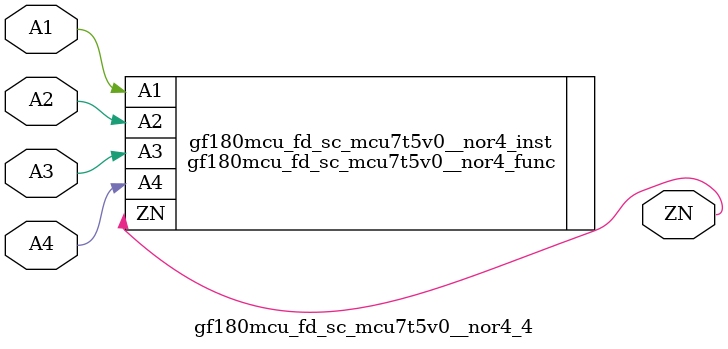
<source format=v>

`ifndef GF180MCU_FD_SC_MCU7T5V0__NOR4_4_V
`define GF180MCU_FD_SC_MCU7T5V0__NOR4_4_V

`include "gf180mcu_fd_sc_mcu7t5v0__nor4.v"

`ifdef USE_POWER_PINS
module gf180mcu_fd_sc_mcu7t5v0__nor4_4( A4, A3, ZN, A2, A1, VDD, VSS );
inout VDD, VSS;
`else // If not USE_POWER_PINS
module gf180mcu_fd_sc_mcu7t5v0__nor4_4( A4, A3, ZN, A2, A1 );
`endif // If not USE_POWER_PINS
input A1, A2, A3, A4;
output ZN;

`ifdef USE_POWER_PINS
  gf180mcu_fd_sc_mcu7t5v0__nor4_func gf180mcu_fd_sc_mcu7t5v0__nor4_inst(.A4(A4),.A3(A3),.ZN(ZN),.A2(A2),.A1(A1),.VDD(VDD),.VSS(VSS));
`else // If not USE_POWER_PINS
  gf180mcu_fd_sc_mcu7t5v0__nor4_func gf180mcu_fd_sc_mcu7t5v0__nor4_inst(.A4(A4),.A3(A3),.ZN(ZN),.A2(A2),.A1(A1));
`endif // If not USE_POWER_PINS

`ifndef FUNCTIONAL
	// spec_gates_begin


	// spec_gates_end



   specify

	// specify_block_begin

	// comb arc A1 --> ZN
	 (A1 => ZN) = (1.0,1.0);

	// comb arc A2 --> ZN
	 (A2 => ZN) = (1.0,1.0);

	// comb arc A3 --> ZN
	 (A3 => ZN) = (1.0,1.0);

	// comb arc A4 --> ZN
	 (A4 => ZN) = (1.0,1.0);

	// specify_block_end

   endspecify

   `endif

endmodule
`endif // GF180MCU_FD_SC_MCU7T5V0__NOR4_4_V

</source>
